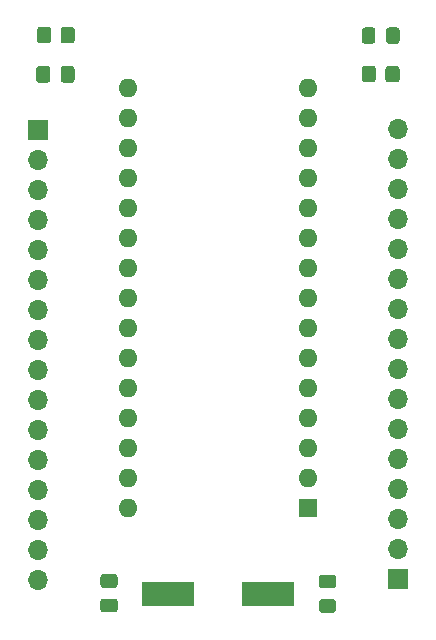
<source format=gbr>
G04 #@! TF.GenerationSoftware,KiCad,Pcbnew,(5.1.9)-1*
G04 #@! TF.CreationDate,2021-03-31T18:40:17+02:00*
G04 #@! TF.ProjectId,Schematic,53636865-6d61-4746-9963-2e6b69636164,rev?*
G04 #@! TF.SameCoordinates,Original*
G04 #@! TF.FileFunction,Soldermask,Top*
G04 #@! TF.FilePolarity,Negative*
%FSLAX46Y46*%
G04 Gerber Fmt 4.6, Leading zero omitted, Abs format (unit mm)*
G04 Created by KiCad (PCBNEW (5.1.9)-1) date 2021-03-31 18:40:17*
%MOMM*%
%LPD*%
G01*
G04 APERTURE LIST*
%ADD10R,1.700000X1.700000*%
%ADD11O,1.700000X1.700000*%
%ADD12R,4.500000X2.000000*%
%ADD13R,1.600000X1.600000*%
%ADD14O,1.600000X1.600000*%
G04 APERTURE END LIST*
D10*
X179250000Y-127500000D03*
D11*
X179250000Y-124960000D03*
X179250000Y-122420000D03*
X179250000Y-119880000D03*
X179250000Y-117340000D03*
X179250000Y-114800000D03*
X179250000Y-112260000D03*
X179250000Y-109720000D03*
X179250000Y-107180000D03*
X179250000Y-104640000D03*
X179250000Y-102100000D03*
X179250000Y-99560000D03*
X179250000Y-97020000D03*
X179250000Y-94480000D03*
X179250000Y-91940000D03*
X179250000Y-89400000D03*
D10*
X148750000Y-89500000D03*
D11*
X148750000Y-92040000D03*
X148750000Y-94580000D03*
X148750000Y-97120000D03*
X148750000Y-99660000D03*
X148750000Y-102200000D03*
X148750000Y-104740000D03*
X148750000Y-107280000D03*
X148750000Y-109820000D03*
X148750000Y-112360000D03*
X148750000Y-114900000D03*
X148750000Y-117440000D03*
X148750000Y-119980000D03*
X148750000Y-122520000D03*
X148750000Y-125060000D03*
X148750000Y-127600000D03*
G36*
G01*
X148587500Y-85255000D02*
X148587500Y-84305000D01*
G75*
G02*
X148837500Y-84055000I250000J0D01*
G01*
X149512500Y-84055000D01*
G75*
G02*
X149762500Y-84305000I0J-250000D01*
G01*
X149762500Y-85255000D01*
G75*
G02*
X149512500Y-85505000I-250000J0D01*
G01*
X148837500Y-85505000D01*
G75*
G02*
X148587500Y-85255000I0J250000D01*
G01*
G37*
G36*
G01*
X150662500Y-85255000D02*
X150662500Y-84305000D01*
G75*
G02*
X150912500Y-84055000I250000J0D01*
G01*
X151587500Y-84055000D01*
G75*
G02*
X151837500Y-84305000I0J-250000D01*
G01*
X151837500Y-85255000D01*
G75*
G02*
X151587500Y-85505000I-250000J0D01*
G01*
X150912500Y-85505000D01*
G75*
G02*
X150662500Y-85255000I0J250000D01*
G01*
G37*
D12*
X168250000Y-128750000D03*
X159750000Y-128750000D03*
G36*
G01*
X179350000Y-84299999D02*
X179350000Y-85200001D01*
G75*
G02*
X179100001Y-85450000I-249999J0D01*
G01*
X178399999Y-85450000D01*
G75*
G02*
X178150000Y-85200001I0J249999D01*
G01*
X178150000Y-84299999D01*
G75*
G02*
X178399999Y-84050000I249999J0D01*
G01*
X179100001Y-84050000D01*
G75*
G02*
X179350000Y-84299999I0J-249999D01*
G01*
G37*
G36*
G01*
X177350000Y-84299999D02*
X177350000Y-85200001D01*
G75*
G02*
X177100001Y-85450000I-249999J0D01*
G01*
X176399999Y-85450000D01*
G75*
G02*
X176150000Y-85200001I0J249999D01*
G01*
X176150000Y-84299999D01*
G75*
G02*
X176399999Y-84050000I249999J0D01*
G01*
X177100001Y-84050000D01*
G75*
G02*
X177350000Y-84299999I0J-249999D01*
G01*
G37*
G36*
G01*
X148650000Y-81905001D02*
X148650000Y-81004999D01*
G75*
G02*
X148899999Y-80755000I249999J0D01*
G01*
X149600001Y-80755000D01*
G75*
G02*
X149850000Y-81004999I0J-249999D01*
G01*
X149850000Y-81905001D01*
G75*
G02*
X149600001Y-82155000I-249999J0D01*
G01*
X148899999Y-82155000D01*
G75*
G02*
X148650000Y-81905001I0J249999D01*
G01*
G37*
G36*
G01*
X150650000Y-81905001D02*
X150650000Y-81004999D01*
G75*
G02*
X150899999Y-80755000I249999J0D01*
G01*
X151600001Y-80755000D01*
G75*
G02*
X151850000Y-81004999I0J-249999D01*
G01*
X151850000Y-81905001D01*
G75*
G02*
X151600001Y-82155000I-249999J0D01*
G01*
X150899999Y-82155000D01*
G75*
G02*
X150650000Y-81905001I0J249999D01*
G01*
G37*
G36*
G01*
X179350000Y-81049999D02*
X179350000Y-81950001D01*
G75*
G02*
X179100001Y-82200000I-249999J0D01*
G01*
X178449999Y-82200000D01*
G75*
G02*
X178200000Y-81950001I0J249999D01*
G01*
X178200000Y-81049999D01*
G75*
G02*
X178449999Y-80800000I249999J0D01*
G01*
X179100001Y-80800000D01*
G75*
G02*
X179350000Y-81049999I0J-249999D01*
G01*
G37*
G36*
G01*
X177300000Y-81049999D02*
X177300000Y-81950001D01*
G75*
G02*
X177050001Y-82200000I-249999J0D01*
G01*
X176399999Y-82200000D01*
G75*
G02*
X176150000Y-81950001I0J249999D01*
G01*
X176150000Y-81049999D01*
G75*
G02*
X176399999Y-80800000I249999J0D01*
G01*
X177050001Y-80800000D01*
G75*
G02*
X177300000Y-81049999I0J-249999D01*
G01*
G37*
G36*
G01*
X154275000Y-127087500D02*
X155225000Y-127087500D01*
G75*
G02*
X155475000Y-127337500I0J-250000D01*
G01*
X155475000Y-128012500D01*
G75*
G02*
X155225000Y-128262500I-250000J0D01*
G01*
X154275000Y-128262500D01*
G75*
G02*
X154025000Y-128012500I0J250000D01*
G01*
X154025000Y-127337500D01*
G75*
G02*
X154275000Y-127087500I250000J0D01*
G01*
G37*
G36*
G01*
X154275000Y-129162500D02*
X155225000Y-129162500D01*
G75*
G02*
X155475000Y-129412500I0J-250000D01*
G01*
X155475000Y-130087500D01*
G75*
G02*
X155225000Y-130337500I-250000J0D01*
G01*
X154275000Y-130337500D01*
G75*
G02*
X154025000Y-130087500I0J250000D01*
G01*
X154025000Y-129412500D01*
G75*
G02*
X154275000Y-129162500I250000J0D01*
G01*
G37*
G36*
G01*
X172775000Y-127125000D02*
X173725000Y-127125000D01*
G75*
G02*
X173975000Y-127375000I0J-250000D01*
G01*
X173975000Y-128050000D01*
G75*
G02*
X173725000Y-128300000I-250000J0D01*
G01*
X172775000Y-128300000D01*
G75*
G02*
X172525000Y-128050000I0J250000D01*
G01*
X172525000Y-127375000D01*
G75*
G02*
X172775000Y-127125000I250000J0D01*
G01*
G37*
G36*
G01*
X172775000Y-129200000D02*
X173725000Y-129200000D01*
G75*
G02*
X173975000Y-129450000I0J-250000D01*
G01*
X173975000Y-130125000D01*
G75*
G02*
X173725000Y-130375000I-250000J0D01*
G01*
X172775000Y-130375000D01*
G75*
G02*
X172525000Y-130125000I0J250000D01*
G01*
X172525000Y-129450000D01*
G75*
G02*
X172775000Y-129200000I250000J0D01*
G01*
G37*
D13*
X171610000Y-121500000D03*
D14*
X156370000Y-88480000D03*
X171610000Y-118960000D03*
X156370000Y-91020000D03*
X171610000Y-116420000D03*
X156370000Y-93560000D03*
X171610000Y-113880000D03*
X156370000Y-96100000D03*
X171610000Y-111340000D03*
X156370000Y-98640000D03*
X171610000Y-108800000D03*
X156370000Y-101180000D03*
X171610000Y-106260000D03*
X156370000Y-103720000D03*
X171610000Y-103720000D03*
X156370000Y-106260000D03*
X171610000Y-101180000D03*
X156370000Y-108800000D03*
X171610000Y-98640000D03*
X156370000Y-111340000D03*
X171610000Y-96100000D03*
X156370000Y-113880000D03*
X171610000Y-93560000D03*
X156370000Y-116420000D03*
X171610000Y-91020000D03*
X156370000Y-118960000D03*
X171610000Y-88480000D03*
X156370000Y-121500000D03*
X171610000Y-85940000D03*
X156370000Y-85940000D03*
M02*

</source>
